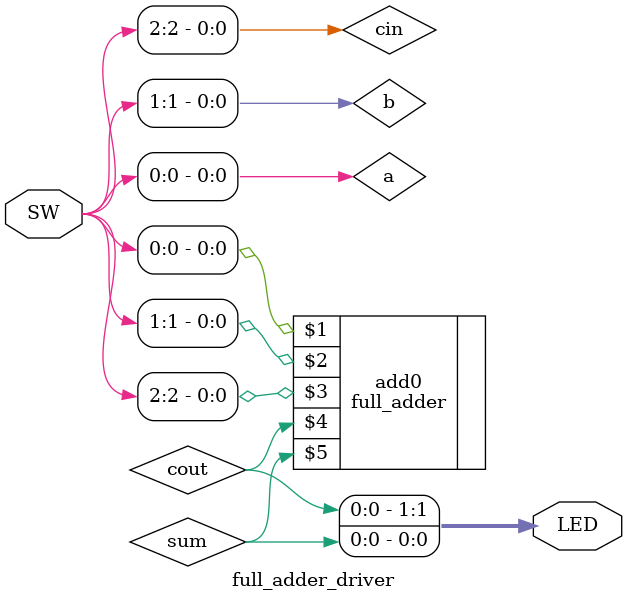
<source format=v>
`timescale 1ns / 1ps

module four_adder_display (
    input [7:0] SW, // 8 switches
    output CA,
    output CB,
    output CC,
    output CD,
    output CE,
    output CF,
    output CG,
    output [7:0] AN
);

    // flip wires for active low
    wire a,b,c,d,e,f,g;
    assign CA = ~a;
    assign CB = ~b;
    assign CC = ~c;
    assign CD = ~d;
    assign CE = ~e;
    assign CF = ~f;
    assign CG = ~g;

    // connect inputs to adder
    wire [4:0] sum;
    four_bit_adder adder(.a(SW[3:0]),.b(SW[7:4]),.sum(sum));

    // do math to get the ones place
    wire [3:0] ones;
    assign ones = sum % 4'b1010; // sum mod 10 = ones digit

   assign AN[0] = 0; // set anode to ground (active low)
   assign AN[7:1] = {7{1'b1}}; // set the rest of the displays off

    seven_segment display_ones(ones,a,b,c,d,e,f,g);

endmodule

module seven_segment_driver (
    input [3:0] SW, // 4 switches
    output CA,
    output CB,
    output CC,
    output CD,
    output CE,
    output CF,
    output CG,
    output [7:0] AN // using first display
);

    assign AN[0] = 0; // set anode to ground (active low)
    assign AN[7:1] = {7{1'b1}}; // set the rest of the displays off

    wire a,b,c,d,e,f,g;

    assign CA = ~a;
    assign CB = ~b;
    assign CC = ~c;
    assign CD = ~d;
    assign CE = ~e;
    assign CF = ~f;
    assign CG = ~g;
    seven_segment display(.in(SW),.a(a),.b(b),.c(c),.d(d),.e(e),.f(f),.g(g));

endmodule
module four_bit_adder_driver (
    input [7:0] SW, // 8 switches
    output [4:0] LED // 5 leds
);
    // connect to adders
    four_bit_adder adder(.a(SW[3:0]),.b(SW[7:4]),.sum(LED));
endmodule

module full_adder_driver(
    input [2:0] SW,
    output [1:0] LED
);

    wire a, b, cin, cout, sum;
    // global inputs
    assign a = SW[0];
    assign b = SW[1];
    assign cin = SW[2];

    // global outputs
    assign LED[0] = sum;
    assign LED[1] = cout;

    full_adder add0(a, b, cin, cout, sum);

endmodule 


</source>
